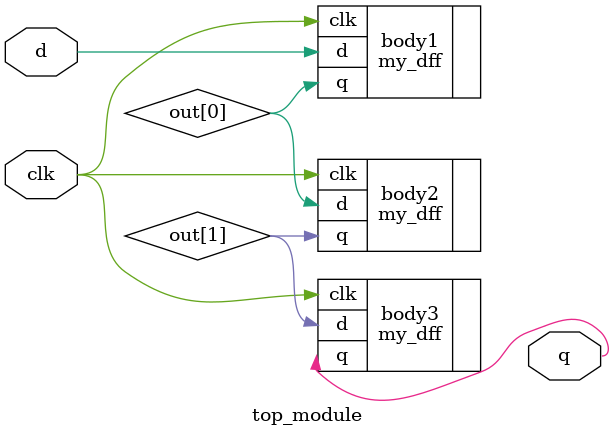
<source format=v>
module top_module ( input clk, input d, output q );

wire out[1:0];

my_dff body1(.clk(clk),
             .d(d),
             .q(out[0])
            );
my_dff body2(.clk(clk),
             .d(out[0]),
             .q(out[1])
            );
my_dff body3(.clk(clk),
             .d(out[1]),
             .q(q)
            );
endmodule

</source>
